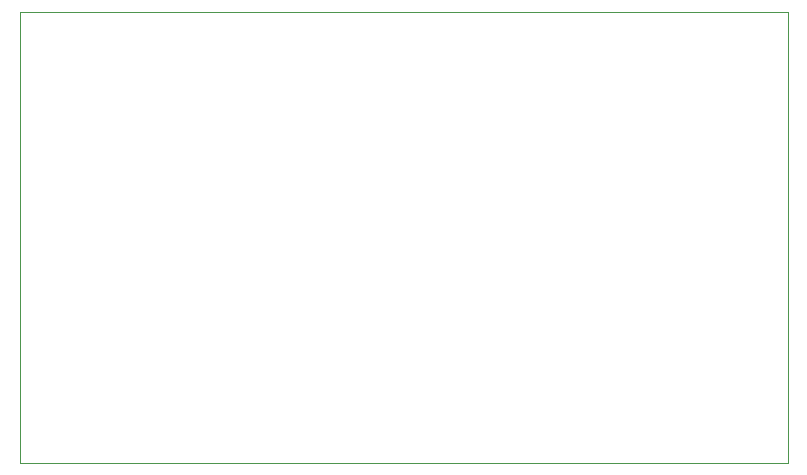
<source format=gbr>
%TF.GenerationSoftware,KiCad,Pcbnew,9.0.3*%
%TF.CreationDate,2025-07-22T11:40:29+03:00*%
%TF.ProjectId,mini_board_relay_analog,6d696e69-5f62-46f6-9172-645f72656c61,rev?*%
%TF.SameCoordinates,Original*%
%TF.FileFunction,Profile,NP*%
%FSLAX46Y46*%
G04 Gerber Fmt 4.6, Leading zero omitted, Abs format (unit mm)*
G04 Created by KiCad (PCBNEW 9.0.3) date 2025-07-22 11:40:29*
%MOMM*%
%LPD*%
G01*
G04 APERTURE LIST*
%TA.AperFunction,Profile*%
%ADD10C,0.100000*%
%TD*%
G04 APERTURE END LIST*
D10*
X94560000Y-85650000D02*
X159560000Y-85650000D01*
X159560000Y-123850000D01*
X94560000Y-123850000D01*
X94560000Y-85650000D01*
M02*

</source>
